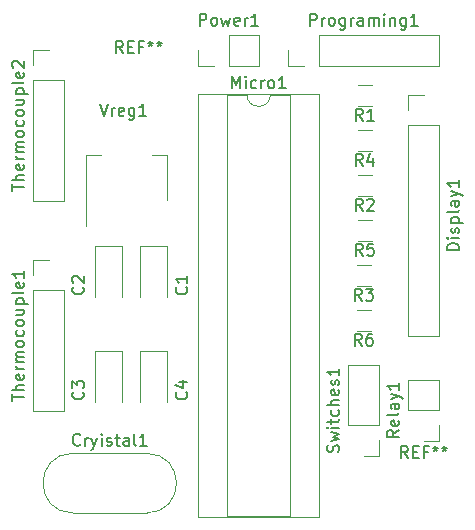
<source format=gbr>
G04 #@! TF.FileFunction,Legend,Top*
%FSLAX46Y46*%
G04 Gerber Fmt 4.6, Leading zero omitted, Abs format (unit mm)*
G04 Created by KiCad (PCBNEW 4.0.7) date 03/25/18 14:44:14*
%MOMM*%
%LPD*%
G01*
G04 APERTURE LIST*
%ADD10C,0.100000*%
%ADD11C,0.120000*%
%ADD12C,0.150000*%
G04 APERTURE END LIST*
D10*
D11*
X176410000Y-108030000D02*
X176410000Y-112330000D01*
X174110000Y-108030000D02*
X174110000Y-112330000D01*
X176410000Y-108030000D02*
X174110000Y-108030000D01*
X172600000Y-108030000D02*
X172600000Y-112330000D01*
X170300000Y-108030000D02*
X170300000Y-112330000D01*
X172600000Y-108030000D02*
X170300000Y-108030000D01*
X172600000Y-116920000D02*
X172600000Y-121220000D01*
X170300000Y-116920000D02*
X170300000Y-121220000D01*
X172600000Y-116920000D02*
X170300000Y-116920000D01*
X176410000Y-116920000D02*
X176410000Y-121220000D01*
X174110000Y-116920000D02*
X174110000Y-121220000D01*
X176410000Y-116920000D02*
X174110000Y-116920000D01*
X174665000Y-130615000D02*
X168415000Y-130615000D01*
X174665000Y-125565000D02*
X168415000Y-125565000D01*
X174665000Y-125565000D02*
G75*
G02X174665000Y-130615000I0J-2525000D01*
G01*
X168415000Y-125565000D02*
G75*
G03X168415000Y-130615000I0J-2525000D01*
G01*
X196790000Y-115630000D02*
X199450000Y-115630000D01*
X196790000Y-97790000D02*
X196790000Y-115630000D01*
X199450000Y-97790000D02*
X199450000Y-115630000D01*
X196790000Y-97790000D02*
X199450000Y-97790000D01*
X196790000Y-96520000D02*
X196790000Y-95190000D01*
X196790000Y-95190000D02*
X198120000Y-95190000D01*
X185150000Y-95190000D02*
G75*
G02X183150000Y-95190000I-1000000J0D01*
G01*
X183150000Y-95190000D02*
X181500000Y-95190000D01*
X181500000Y-95190000D02*
X181500000Y-130870000D01*
X181500000Y-130870000D02*
X186800000Y-130870000D01*
X186800000Y-130870000D02*
X186800000Y-95190000D01*
X186800000Y-95190000D02*
X185150000Y-95190000D01*
X179010000Y-95130000D02*
X179010000Y-130930000D01*
X179010000Y-130930000D02*
X189290000Y-130930000D01*
X189290000Y-130930000D02*
X189290000Y-95130000D01*
X189290000Y-95130000D02*
X179010000Y-95130000D01*
X184210000Y-92770000D02*
X184210000Y-90110000D01*
X181610000Y-92770000D02*
X184210000Y-92770000D01*
X181610000Y-90110000D02*
X184210000Y-90110000D01*
X181610000Y-92770000D02*
X181610000Y-90110000D01*
X180340000Y-92770000D02*
X179010000Y-92770000D01*
X179010000Y-92770000D02*
X179010000Y-91440000D01*
X199450000Y-92770000D02*
X199450000Y-90110000D01*
X189230000Y-92770000D02*
X199450000Y-92770000D01*
X189230000Y-90110000D02*
X199450000Y-90110000D01*
X189230000Y-92770000D02*
X189230000Y-90110000D01*
X187960000Y-92770000D02*
X186630000Y-92770000D01*
X186630000Y-92770000D02*
X186630000Y-91440000D01*
X192520000Y-94370000D02*
X193720000Y-94370000D01*
X193720000Y-96130000D02*
X192520000Y-96130000D01*
X192520000Y-101990000D02*
X193720000Y-101990000D01*
X193720000Y-103750000D02*
X192520000Y-103750000D01*
X192440000Y-109610000D02*
X193640000Y-109610000D01*
X193640000Y-111370000D02*
X192440000Y-111370000D01*
X192520000Y-98180000D02*
X193720000Y-98180000D01*
X193720000Y-99940000D02*
X192520000Y-99940000D01*
X192520000Y-105800000D02*
X193720000Y-105800000D01*
X193720000Y-107560000D02*
X192520000Y-107560000D01*
X192440000Y-113420000D02*
X193640000Y-113420000D01*
X193640000Y-115180000D02*
X192440000Y-115180000D01*
X199450000Y-119320000D02*
X196790000Y-119320000D01*
X199450000Y-121920000D02*
X199450000Y-119320000D01*
X196790000Y-121920000D02*
X196790000Y-119320000D01*
X199450000Y-121920000D02*
X196790000Y-121920000D01*
X199450000Y-123190000D02*
X199450000Y-124520000D01*
X199450000Y-124520000D02*
X198120000Y-124520000D01*
X194370000Y-118050000D02*
X191710000Y-118050000D01*
X194370000Y-123190000D02*
X194370000Y-118050000D01*
X191710000Y-123190000D02*
X191710000Y-118050000D01*
X194370000Y-123190000D02*
X191710000Y-123190000D01*
X194370000Y-124460000D02*
X194370000Y-125790000D01*
X194370000Y-125790000D02*
X193040000Y-125790000D01*
X165040000Y-121980000D02*
X167700000Y-121980000D01*
X165040000Y-111760000D02*
X165040000Y-121980000D01*
X167700000Y-111760000D02*
X167700000Y-121980000D01*
X165040000Y-111760000D02*
X167700000Y-111760000D01*
X165040000Y-110490000D02*
X165040000Y-109160000D01*
X165040000Y-109160000D02*
X166370000Y-109160000D01*
X165040000Y-104200000D02*
X167700000Y-104200000D01*
X165040000Y-93980000D02*
X165040000Y-104200000D01*
X167700000Y-93980000D02*
X167700000Y-104200000D01*
X165040000Y-93980000D02*
X167700000Y-93980000D01*
X165040000Y-92710000D02*
X165040000Y-91380000D01*
X165040000Y-91380000D02*
X166370000Y-91380000D01*
X176370000Y-100350000D02*
X175110000Y-100350000D01*
X169550000Y-100350000D02*
X170810000Y-100350000D01*
X176370000Y-104110000D02*
X176370000Y-100350000D01*
X169550000Y-106360000D02*
X169550000Y-100350000D01*
D12*
X196786667Y-125972381D02*
X196453333Y-125496190D01*
X196215238Y-125972381D02*
X196215238Y-124972381D01*
X196596191Y-124972381D01*
X196691429Y-125020000D01*
X196739048Y-125067619D01*
X196786667Y-125162857D01*
X196786667Y-125305714D01*
X196739048Y-125400952D01*
X196691429Y-125448571D01*
X196596191Y-125496190D01*
X196215238Y-125496190D01*
X197215238Y-125448571D02*
X197548572Y-125448571D01*
X197691429Y-125972381D02*
X197215238Y-125972381D01*
X197215238Y-124972381D01*
X197691429Y-124972381D01*
X198453334Y-125448571D02*
X198120000Y-125448571D01*
X198120000Y-125972381D02*
X198120000Y-124972381D01*
X198596191Y-124972381D01*
X199120000Y-124972381D02*
X199120000Y-125210476D01*
X198881905Y-125115238D02*
X199120000Y-125210476D01*
X199358096Y-125115238D01*
X198977143Y-125400952D02*
X199120000Y-125210476D01*
X199262858Y-125400952D01*
X199881905Y-124972381D02*
X199881905Y-125210476D01*
X199643810Y-125115238D02*
X199881905Y-125210476D01*
X200120001Y-125115238D01*
X199739048Y-125400952D02*
X199881905Y-125210476D01*
X200024763Y-125400952D01*
X178017143Y-111496666D02*
X178064762Y-111544285D01*
X178112381Y-111687142D01*
X178112381Y-111782380D01*
X178064762Y-111925238D01*
X177969524Y-112020476D01*
X177874286Y-112068095D01*
X177683810Y-112115714D01*
X177540952Y-112115714D01*
X177350476Y-112068095D01*
X177255238Y-112020476D01*
X177160000Y-111925238D01*
X177112381Y-111782380D01*
X177112381Y-111687142D01*
X177160000Y-111544285D01*
X177207619Y-111496666D01*
X178112381Y-110544285D02*
X178112381Y-111115714D01*
X178112381Y-110830000D02*
X177112381Y-110830000D01*
X177255238Y-110925238D01*
X177350476Y-111020476D01*
X177398095Y-111115714D01*
X169267143Y-111496666D02*
X169314762Y-111544285D01*
X169362381Y-111687142D01*
X169362381Y-111782380D01*
X169314762Y-111925238D01*
X169219524Y-112020476D01*
X169124286Y-112068095D01*
X168933810Y-112115714D01*
X168790952Y-112115714D01*
X168600476Y-112068095D01*
X168505238Y-112020476D01*
X168410000Y-111925238D01*
X168362381Y-111782380D01*
X168362381Y-111687142D01*
X168410000Y-111544285D01*
X168457619Y-111496666D01*
X168457619Y-111115714D02*
X168410000Y-111068095D01*
X168362381Y-110972857D01*
X168362381Y-110734761D01*
X168410000Y-110639523D01*
X168457619Y-110591904D01*
X168552857Y-110544285D01*
X168648095Y-110544285D01*
X168790952Y-110591904D01*
X169362381Y-111163333D01*
X169362381Y-110544285D01*
X169267143Y-120386666D02*
X169314762Y-120434285D01*
X169362381Y-120577142D01*
X169362381Y-120672380D01*
X169314762Y-120815238D01*
X169219524Y-120910476D01*
X169124286Y-120958095D01*
X168933810Y-121005714D01*
X168790952Y-121005714D01*
X168600476Y-120958095D01*
X168505238Y-120910476D01*
X168410000Y-120815238D01*
X168362381Y-120672380D01*
X168362381Y-120577142D01*
X168410000Y-120434285D01*
X168457619Y-120386666D01*
X168362381Y-120053333D02*
X168362381Y-119434285D01*
X168743333Y-119767619D01*
X168743333Y-119624761D01*
X168790952Y-119529523D01*
X168838571Y-119481904D01*
X168933810Y-119434285D01*
X169171905Y-119434285D01*
X169267143Y-119481904D01*
X169314762Y-119529523D01*
X169362381Y-119624761D01*
X169362381Y-119910476D01*
X169314762Y-120005714D01*
X169267143Y-120053333D01*
X178017143Y-120386666D02*
X178064762Y-120434285D01*
X178112381Y-120577142D01*
X178112381Y-120672380D01*
X178064762Y-120815238D01*
X177969524Y-120910476D01*
X177874286Y-120958095D01*
X177683810Y-121005714D01*
X177540952Y-121005714D01*
X177350476Y-120958095D01*
X177255238Y-120910476D01*
X177160000Y-120815238D01*
X177112381Y-120672380D01*
X177112381Y-120577142D01*
X177160000Y-120434285D01*
X177207619Y-120386666D01*
X177445714Y-119529523D02*
X178112381Y-119529523D01*
X177064762Y-119767619D02*
X177779048Y-120005714D01*
X177779048Y-119386666D01*
X169040000Y-124817143D02*
X168992381Y-124864762D01*
X168849524Y-124912381D01*
X168754286Y-124912381D01*
X168611428Y-124864762D01*
X168516190Y-124769524D01*
X168468571Y-124674286D01*
X168420952Y-124483810D01*
X168420952Y-124340952D01*
X168468571Y-124150476D01*
X168516190Y-124055238D01*
X168611428Y-123960000D01*
X168754286Y-123912381D01*
X168849524Y-123912381D01*
X168992381Y-123960000D01*
X169040000Y-124007619D01*
X169468571Y-124912381D02*
X169468571Y-124245714D01*
X169468571Y-124436190D02*
X169516190Y-124340952D01*
X169563809Y-124293333D01*
X169659047Y-124245714D01*
X169754286Y-124245714D01*
X169992381Y-124245714D02*
X170230476Y-124912381D01*
X170468572Y-124245714D02*
X170230476Y-124912381D01*
X170135238Y-125150476D01*
X170087619Y-125198095D01*
X169992381Y-125245714D01*
X170849524Y-124912381D02*
X170849524Y-124245714D01*
X170849524Y-123912381D02*
X170801905Y-123960000D01*
X170849524Y-124007619D01*
X170897143Y-123960000D01*
X170849524Y-123912381D01*
X170849524Y-124007619D01*
X171278095Y-124864762D02*
X171373333Y-124912381D01*
X171563809Y-124912381D01*
X171659048Y-124864762D01*
X171706667Y-124769524D01*
X171706667Y-124721905D01*
X171659048Y-124626667D01*
X171563809Y-124579048D01*
X171420952Y-124579048D01*
X171325714Y-124531429D01*
X171278095Y-124436190D01*
X171278095Y-124388571D01*
X171325714Y-124293333D01*
X171420952Y-124245714D01*
X171563809Y-124245714D01*
X171659048Y-124293333D01*
X171992381Y-124245714D02*
X172373333Y-124245714D01*
X172135238Y-123912381D02*
X172135238Y-124769524D01*
X172182857Y-124864762D01*
X172278095Y-124912381D01*
X172373333Y-124912381D01*
X173135239Y-124912381D02*
X173135239Y-124388571D01*
X173087620Y-124293333D01*
X172992382Y-124245714D01*
X172801905Y-124245714D01*
X172706667Y-124293333D01*
X173135239Y-124864762D02*
X173040001Y-124912381D01*
X172801905Y-124912381D01*
X172706667Y-124864762D01*
X172659048Y-124769524D01*
X172659048Y-124674286D01*
X172706667Y-124579048D01*
X172801905Y-124531429D01*
X173040001Y-124531429D01*
X173135239Y-124483810D01*
X173754286Y-124912381D02*
X173659048Y-124864762D01*
X173611429Y-124769524D01*
X173611429Y-123912381D01*
X174659049Y-124912381D02*
X174087620Y-124912381D01*
X174373334Y-124912381D02*
X174373334Y-123912381D01*
X174278096Y-124055238D01*
X174182858Y-124150476D01*
X174087620Y-124198095D01*
X201112381Y-108338572D02*
X200112381Y-108338572D01*
X200112381Y-108100477D01*
X200160000Y-107957619D01*
X200255238Y-107862381D01*
X200350476Y-107814762D01*
X200540952Y-107767143D01*
X200683810Y-107767143D01*
X200874286Y-107814762D01*
X200969524Y-107862381D01*
X201064762Y-107957619D01*
X201112381Y-108100477D01*
X201112381Y-108338572D01*
X201112381Y-107338572D02*
X200445714Y-107338572D01*
X200112381Y-107338572D02*
X200160000Y-107386191D01*
X200207619Y-107338572D01*
X200160000Y-107290953D01*
X200112381Y-107338572D01*
X200207619Y-107338572D01*
X201064762Y-106910001D02*
X201112381Y-106814763D01*
X201112381Y-106624287D01*
X201064762Y-106529048D01*
X200969524Y-106481429D01*
X200921905Y-106481429D01*
X200826667Y-106529048D01*
X200779048Y-106624287D01*
X200779048Y-106767144D01*
X200731429Y-106862382D01*
X200636190Y-106910001D01*
X200588571Y-106910001D01*
X200493333Y-106862382D01*
X200445714Y-106767144D01*
X200445714Y-106624287D01*
X200493333Y-106529048D01*
X200445714Y-106052858D02*
X201445714Y-106052858D01*
X200493333Y-106052858D02*
X200445714Y-105957620D01*
X200445714Y-105767143D01*
X200493333Y-105671905D01*
X200540952Y-105624286D01*
X200636190Y-105576667D01*
X200921905Y-105576667D01*
X201017143Y-105624286D01*
X201064762Y-105671905D01*
X201112381Y-105767143D01*
X201112381Y-105957620D01*
X201064762Y-106052858D01*
X201112381Y-105005239D02*
X201064762Y-105100477D01*
X200969524Y-105148096D01*
X200112381Y-105148096D01*
X201112381Y-104195714D02*
X200588571Y-104195714D01*
X200493333Y-104243333D01*
X200445714Y-104338571D01*
X200445714Y-104529048D01*
X200493333Y-104624286D01*
X201064762Y-104195714D02*
X201112381Y-104290952D01*
X201112381Y-104529048D01*
X201064762Y-104624286D01*
X200969524Y-104671905D01*
X200874286Y-104671905D01*
X200779048Y-104624286D01*
X200731429Y-104529048D01*
X200731429Y-104290952D01*
X200683810Y-104195714D01*
X200445714Y-103814762D02*
X201112381Y-103576667D01*
X200445714Y-103338571D02*
X201112381Y-103576667D01*
X201350476Y-103671905D01*
X201398095Y-103719524D01*
X201445714Y-103814762D01*
X201112381Y-102433809D02*
X201112381Y-103005238D01*
X201112381Y-102719524D02*
X200112381Y-102719524D01*
X200255238Y-102814762D01*
X200350476Y-102910000D01*
X200398095Y-103005238D01*
X181911905Y-94642381D02*
X181911905Y-93642381D01*
X182245239Y-94356667D01*
X182578572Y-93642381D01*
X182578572Y-94642381D01*
X183054762Y-94642381D02*
X183054762Y-93975714D01*
X183054762Y-93642381D02*
X183007143Y-93690000D01*
X183054762Y-93737619D01*
X183102381Y-93690000D01*
X183054762Y-93642381D01*
X183054762Y-93737619D01*
X183959524Y-94594762D02*
X183864286Y-94642381D01*
X183673809Y-94642381D01*
X183578571Y-94594762D01*
X183530952Y-94547143D01*
X183483333Y-94451905D01*
X183483333Y-94166190D01*
X183530952Y-94070952D01*
X183578571Y-94023333D01*
X183673809Y-93975714D01*
X183864286Y-93975714D01*
X183959524Y-94023333D01*
X184388095Y-94642381D02*
X184388095Y-93975714D01*
X184388095Y-94166190D02*
X184435714Y-94070952D01*
X184483333Y-94023333D01*
X184578571Y-93975714D01*
X184673810Y-93975714D01*
X185150000Y-94642381D02*
X185054762Y-94594762D01*
X185007143Y-94547143D01*
X184959524Y-94451905D01*
X184959524Y-94166190D01*
X185007143Y-94070952D01*
X185054762Y-94023333D01*
X185150000Y-93975714D01*
X185292858Y-93975714D01*
X185388096Y-94023333D01*
X185435715Y-94070952D01*
X185483334Y-94166190D01*
X185483334Y-94451905D01*
X185435715Y-94547143D01*
X185388096Y-94594762D01*
X185292858Y-94642381D01*
X185150000Y-94642381D01*
X186435715Y-94642381D02*
X185864286Y-94642381D01*
X186150000Y-94642381D02*
X186150000Y-93642381D01*
X186054762Y-93785238D01*
X185959524Y-93880476D01*
X185864286Y-93928095D01*
X179157619Y-89352381D02*
X179157619Y-88352381D01*
X179538572Y-88352381D01*
X179633810Y-88400000D01*
X179681429Y-88447619D01*
X179729048Y-88542857D01*
X179729048Y-88685714D01*
X179681429Y-88780952D01*
X179633810Y-88828571D01*
X179538572Y-88876190D01*
X179157619Y-88876190D01*
X180300476Y-89352381D02*
X180205238Y-89304762D01*
X180157619Y-89257143D01*
X180110000Y-89161905D01*
X180110000Y-88876190D01*
X180157619Y-88780952D01*
X180205238Y-88733333D01*
X180300476Y-88685714D01*
X180443334Y-88685714D01*
X180538572Y-88733333D01*
X180586191Y-88780952D01*
X180633810Y-88876190D01*
X180633810Y-89161905D01*
X180586191Y-89257143D01*
X180538572Y-89304762D01*
X180443334Y-89352381D01*
X180300476Y-89352381D01*
X180967143Y-88685714D02*
X181157619Y-89352381D01*
X181348096Y-88876190D01*
X181538572Y-89352381D01*
X181729048Y-88685714D01*
X182490953Y-89304762D02*
X182395715Y-89352381D01*
X182205238Y-89352381D01*
X182110000Y-89304762D01*
X182062381Y-89209524D01*
X182062381Y-88828571D01*
X182110000Y-88733333D01*
X182205238Y-88685714D01*
X182395715Y-88685714D01*
X182490953Y-88733333D01*
X182538572Y-88828571D01*
X182538572Y-88923810D01*
X182062381Y-89019048D01*
X182967143Y-89352381D02*
X182967143Y-88685714D01*
X182967143Y-88876190D02*
X183014762Y-88780952D01*
X183062381Y-88733333D01*
X183157619Y-88685714D01*
X183252858Y-88685714D01*
X184110001Y-89352381D02*
X183538572Y-89352381D01*
X183824286Y-89352381D02*
X183824286Y-88352381D01*
X183729048Y-88495238D01*
X183633810Y-88590476D01*
X183538572Y-88638095D01*
X188516190Y-89352381D02*
X188516190Y-88352381D01*
X188897143Y-88352381D01*
X188992381Y-88400000D01*
X189040000Y-88447619D01*
X189087619Y-88542857D01*
X189087619Y-88685714D01*
X189040000Y-88780952D01*
X188992381Y-88828571D01*
X188897143Y-88876190D01*
X188516190Y-88876190D01*
X189516190Y-89352381D02*
X189516190Y-88685714D01*
X189516190Y-88876190D02*
X189563809Y-88780952D01*
X189611428Y-88733333D01*
X189706666Y-88685714D01*
X189801905Y-88685714D01*
X190278095Y-89352381D02*
X190182857Y-89304762D01*
X190135238Y-89257143D01*
X190087619Y-89161905D01*
X190087619Y-88876190D01*
X190135238Y-88780952D01*
X190182857Y-88733333D01*
X190278095Y-88685714D01*
X190420953Y-88685714D01*
X190516191Y-88733333D01*
X190563810Y-88780952D01*
X190611429Y-88876190D01*
X190611429Y-89161905D01*
X190563810Y-89257143D01*
X190516191Y-89304762D01*
X190420953Y-89352381D01*
X190278095Y-89352381D01*
X191468572Y-88685714D02*
X191468572Y-89495238D01*
X191420953Y-89590476D01*
X191373334Y-89638095D01*
X191278095Y-89685714D01*
X191135238Y-89685714D01*
X191040000Y-89638095D01*
X191468572Y-89304762D02*
X191373334Y-89352381D01*
X191182857Y-89352381D01*
X191087619Y-89304762D01*
X191040000Y-89257143D01*
X190992381Y-89161905D01*
X190992381Y-88876190D01*
X191040000Y-88780952D01*
X191087619Y-88733333D01*
X191182857Y-88685714D01*
X191373334Y-88685714D01*
X191468572Y-88733333D01*
X191944762Y-89352381D02*
X191944762Y-88685714D01*
X191944762Y-88876190D02*
X191992381Y-88780952D01*
X192040000Y-88733333D01*
X192135238Y-88685714D01*
X192230477Y-88685714D01*
X192992382Y-89352381D02*
X192992382Y-88828571D01*
X192944763Y-88733333D01*
X192849525Y-88685714D01*
X192659048Y-88685714D01*
X192563810Y-88733333D01*
X192992382Y-89304762D02*
X192897144Y-89352381D01*
X192659048Y-89352381D01*
X192563810Y-89304762D01*
X192516191Y-89209524D01*
X192516191Y-89114286D01*
X192563810Y-89019048D01*
X192659048Y-88971429D01*
X192897144Y-88971429D01*
X192992382Y-88923810D01*
X193468572Y-89352381D02*
X193468572Y-88685714D01*
X193468572Y-88780952D02*
X193516191Y-88733333D01*
X193611429Y-88685714D01*
X193754287Y-88685714D01*
X193849525Y-88733333D01*
X193897144Y-88828571D01*
X193897144Y-89352381D01*
X193897144Y-88828571D02*
X193944763Y-88733333D01*
X194040001Y-88685714D01*
X194182858Y-88685714D01*
X194278096Y-88733333D01*
X194325715Y-88828571D01*
X194325715Y-89352381D01*
X194801905Y-89352381D02*
X194801905Y-88685714D01*
X194801905Y-88352381D02*
X194754286Y-88400000D01*
X194801905Y-88447619D01*
X194849524Y-88400000D01*
X194801905Y-88352381D01*
X194801905Y-88447619D01*
X195278095Y-88685714D02*
X195278095Y-89352381D01*
X195278095Y-88780952D02*
X195325714Y-88733333D01*
X195420952Y-88685714D01*
X195563810Y-88685714D01*
X195659048Y-88733333D01*
X195706667Y-88828571D01*
X195706667Y-89352381D01*
X196611429Y-88685714D02*
X196611429Y-89495238D01*
X196563810Y-89590476D01*
X196516191Y-89638095D01*
X196420952Y-89685714D01*
X196278095Y-89685714D01*
X196182857Y-89638095D01*
X196611429Y-89304762D02*
X196516191Y-89352381D01*
X196325714Y-89352381D01*
X196230476Y-89304762D01*
X196182857Y-89257143D01*
X196135238Y-89161905D01*
X196135238Y-88876190D01*
X196182857Y-88780952D01*
X196230476Y-88733333D01*
X196325714Y-88685714D01*
X196516191Y-88685714D01*
X196611429Y-88733333D01*
X197611429Y-89352381D02*
X197040000Y-89352381D01*
X197325714Y-89352381D02*
X197325714Y-88352381D01*
X197230476Y-88495238D01*
X197135238Y-88590476D01*
X197040000Y-88638095D01*
X192953334Y-97402381D02*
X192620000Y-96926190D01*
X192381905Y-97402381D02*
X192381905Y-96402381D01*
X192762858Y-96402381D01*
X192858096Y-96450000D01*
X192905715Y-96497619D01*
X192953334Y-96592857D01*
X192953334Y-96735714D01*
X192905715Y-96830952D01*
X192858096Y-96878571D01*
X192762858Y-96926190D01*
X192381905Y-96926190D01*
X193905715Y-97402381D02*
X193334286Y-97402381D01*
X193620000Y-97402381D02*
X193620000Y-96402381D01*
X193524762Y-96545238D01*
X193429524Y-96640476D01*
X193334286Y-96688095D01*
X192953334Y-105022381D02*
X192620000Y-104546190D01*
X192381905Y-105022381D02*
X192381905Y-104022381D01*
X192762858Y-104022381D01*
X192858096Y-104070000D01*
X192905715Y-104117619D01*
X192953334Y-104212857D01*
X192953334Y-104355714D01*
X192905715Y-104450952D01*
X192858096Y-104498571D01*
X192762858Y-104546190D01*
X192381905Y-104546190D01*
X193334286Y-104117619D02*
X193381905Y-104070000D01*
X193477143Y-104022381D01*
X193715239Y-104022381D01*
X193810477Y-104070000D01*
X193858096Y-104117619D01*
X193905715Y-104212857D01*
X193905715Y-104308095D01*
X193858096Y-104450952D01*
X193286667Y-105022381D01*
X193905715Y-105022381D01*
X192873334Y-112642381D02*
X192540000Y-112166190D01*
X192301905Y-112642381D02*
X192301905Y-111642381D01*
X192682858Y-111642381D01*
X192778096Y-111690000D01*
X192825715Y-111737619D01*
X192873334Y-111832857D01*
X192873334Y-111975714D01*
X192825715Y-112070952D01*
X192778096Y-112118571D01*
X192682858Y-112166190D01*
X192301905Y-112166190D01*
X193206667Y-111642381D02*
X193825715Y-111642381D01*
X193492381Y-112023333D01*
X193635239Y-112023333D01*
X193730477Y-112070952D01*
X193778096Y-112118571D01*
X193825715Y-112213810D01*
X193825715Y-112451905D01*
X193778096Y-112547143D01*
X193730477Y-112594762D01*
X193635239Y-112642381D01*
X193349524Y-112642381D01*
X193254286Y-112594762D01*
X193206667Y-112547143D01*
X192953334Y-101212381D02*
X192620000Y-100736190D01*
X192381905Y-101212381D02*
X192381905Y-100212381D01*
X192762858Y-100212381D01*
X192858096Y-100260000D01*
X192905715Y-100307619D01*
X192953334Y-100402857D01*
X192953334Y-100545714D01*
X192905715Y-100640952D01*
X192858096Y-100688571D01*
X192762858Y-100736190D01*
X192381905Y-100736190D01*
X193810477Y-100545714D02*
X193810477Y-101212381D01*
X193572381Y-100164762D02*
X193334286Y-100879048D01*
X193953334Y-100879048D01*
X192953334Y-108832381D02*
X192620000Y-108356190D01*
X192381905Y-108832381D02*
X192381905Y-107832381D01*
X192762858Y-107832381D01*
X192858096Y-107880000D01*
X192905715Y-107927619D01*
X192953334Y-108022857D01*
X192953334Y-108165714D01*
X192905715Y-108260952D01*
X192858096Y-108308571D01*
X192762858Y-108356190D01*
X192381905Y-108356190D01*
X193858096Y-107832381D02*
X193381905Y-107832381D01*
X193334286Y-108308571D01*
X193381905Y-108260952D01*
X193477143Y-108213333D01*
X193715239Y-108213333D01*
X193810477Y-108260952D01*
X193858096Y-108308571D01*
X193905715Y-108403810D01*
X193905715Y-108641905D01*
X193858096Y-108737143D01*
X193810477Y-108784762D01*
X193715239Y-108832381D01*
X193477143Y-108832381D01*
X193381905Y-108784762D01*
X193334286Y-108737143D01*
X192873334Y-116452381D02*
X192540000Y-115976190D01*
X192301905Y-116452381D02*
X192301905Y-115452381D01*
X192682858Y-115452381D01*
X192778096Y-115500000D01*
X192825715Y-115547619D01*
X192873334Y-115642857D01*
X192873334Y-115785714D01*
X192825715Y-115880952D01*
X192778096Y-115928571D01*
X192682858Y-115976190D01*
X192301905Y-115976190D01*
X193730477Y-115452381D02*
X193540000Y-115452381D01*
X193444762Y-115500000D01*
X193397143Y-115547619D01*
X193301905Y-115690476D01*
X193254286Y-115880952D01*
X193254286Y-116261905D01*
X193301905Y-116357143D01*
X193349524Y-116404762D01*
X193444762Y-116452381D01*
X193635239Y-116452381D01*
X193730477Y-116404762D01*
X193778096Y-116357143D01*
X193825715Y-116261905D01*
X193825715Y-116023810D01*
X193778096Y-115928571D01*
X193730477Y-115880952D01*
X193635239Y-115833333D01*
X193444762Y-115833333D01*
X193349524Y-115880952D01*
X193301905Y-115928571D01*
X193254286Y-116023810D01*
X196032381Y-123610476D02*
X195556190Y-123943810D01*
X196032381Y-124181905D02*
X195032381Y-124181905D01*
X195032381Y-123800952D01*
X195080000Y-123705714D01*
X195127619Y-123658095D01*
X195222857Y-123610476D01*
X195365714Y-123610476D01*
X195460952Y-123658095D01*
X195508571Y-123705714D01*
X195556190Y-123800952D01*
X195556190Y-124181905D01*
X195984762Y-122800952D02*
X196032381Y-122896190D01*
X196032381Y-123086667D01*
X195984762Y-123181905D01*
X195889524Y-123229524D01*
X195508571Y-123229524D01*
X195413333Y-123181905D01*
X195365714Y-123086667D01*
X195365714Y-122896190D01*
X195413333Y-122800952D01*
X195508571Y-122753333D01*
X195603810Y-122753333D01*
X195699048Y-123229524D01*
X196032381Y-122181905D02*
X195984762Y-122277143D01*
X195889524Y-122324762D01*
X195032381Y-122324762D01*
X196032381Y-121372380D02*
X195508571Y-121372380D01*
X195413333Y-121419999D01*
X195365714Y-121515237D01*
X195365714Y-121705714D01*
X195413333Y-121800952D01*
X195984762Y-121372380D02*
X196032381Y-121467618D01*
X196032381Y-121705714D01*
X195984762Y-121800952D01*
X195889524Y-121848571D01*
X195794286Y-121848571D01*
X195699048Y-121800952D01*
X195651429Y-121705714D01*
X195651429Y-121467618D01*
X195603810Y-121372380D01*
X195365714Y-120991428D02*
X196032381Y-120753333D01*
X195365714Y-120515237D02*
X196032381Y-120753333D01*
X196270476Y-120848571D01*
X196318095Y-120896190D01*
X196365714Y-120991428D01*
X196032381Y-119610475D02*
X196032381Y-120181904D01*
X196032381Y-119896190D02*
X195032381Y-119896190D01*
X195175238Y-119991428D01*
X195270476Y-120086666D01*
X195318095Y-120181904D01*
X190904762Y-125443810D02*
X190952381Y-125300953D01*
X190952381Y-125062857D01*
X190904762Y-124967619D01*
X190857143Y-124920000D01*
X190761905Y-124872381D01*
X190666667Y-124872381D01*
X190571429Y-124920000D01*
X190523810Y-124967619D01*
X190476190Y-125062857D01*
X190428571Y-125253334D01*
X190380952Y-125348572D01*
X190333333Y-125396191D01*
X190238095Y-125443810D01*
X190142857Y-125443810D01*
X190047619Y-125396191D01*
X190000000Y-125348572D01*
X189952381Y-125253334D01*
X189952381Y-125015238D01*
X190000000Y-124872381D01*
X190285714Y-124539048D02*
X190952381Y-124348572D01*
X190476190Y-124158095D01*
X190952381Y-123967619D01*
X190285714Y-123777143D01*
X190952381Y-123396191D02*
X190285714Y-123396191D01*
X189952381Y-123396191D02*
X190000000Y-123443810D01*
X190047619Y-123396191D01*
X190000000Y-123348572D01*
X189952381Y-123396191D01*
X190047619Y-123396191D01*
X190285714Y-123062858D02*
X190285714Y-122681906D01*
X189952381Y-122920001D02*
X190809524Y-122920001D01*
X190904762Y-122872382D01*
X190952381Y-122777144D01*
X190952381Y-122681906D01*
X190904762Y-121920000D02*
X190952381Y-122015238D01*
X190952381Y-122205715D01*
X190904762Y-122300953D01*
X190857143Y-122348572D01*
X190761905Y-122396191D01*
X190476190Y-122396191D01*
X190380952Y-122348572D01*
X190333333Y-122300953D01*
X190285714Y-122205715D01*
X190285714Y-122015238D01*
X190333333Y-121920000D01*
X190952381Y-121491429D02*
X189952381Y-121491429D01*
X190952381Y-121062857D02*
X190428571Y-121062857D01*
X190333333Y-121110476D01*
X190285714Y-121205714D01*
X190285714Y-121348572D01*
X190333333Y-121443810D01*
X190380952Y-121491429D01*
X190904762Y-120205714D02*
X190952381Y-120300952D01*
X190952381Y-120491429D01*
X190904762Y-120586667D01*
X190809524Y-120634286D01*
X190428571Y-120634286D01*
X190333333Y-120586667D01*
X190285714Y-120491429D01*
X190285714Y-120300952D01*
X190333333Y-120205714D01*
X190428571Y-120158095D01*
X190523810Y-120158095D01*
X190619048Y-120634286D01*
X190904762Y-119777143D02*
X190952381Y-119681905D01*
X190952381Y-119491429D01*
X190904762Y-119396190D01*
X190809524Y-119348571D01*
X190761905Y-119348571D01*
X190666667Y-119396190D01*
X190619048Y-119491429D01*
X190619048Y-119634286D01*
X190571429Y-119729524D01*
X190476190Y-119777143D01*
X190428571Y-119777143D01*
X190333333Y-119729524D01*
X190285714Y-119634286D01*
X190285714Y-119491429D01*
X190333333Y-119396190D01*
X190952381Y-118396190D02*
X190952381Y-118967619D01*
X190952381Y-118681905D02*
X189952381Y-118681905D01*
X190095238Y-118777143D01*
X190190476Y-118872381D01*
X190238095Y-118967619D01*
X163282381Y-121117620D02*
X163282381Y-120546191D01*
X164282381Y-120831906D02*
X163282381Y-120831906D01*
X164282381Y-120212858D02*
X163282381Y-120212858D01*
X164282381Y-119784286D02*
X163758571Y-119784286D01*
X163663333Y-119831905D01*
X163615714Y-119927143D01*
X163615714Y-120070001D01*
X163663333Y-120165239D01*
X163710952Y-120212858D01*
X164234762Y-118927143D02*
X164282381Y-119022381D01*
X164282381Y-119212858D01*
X164234762Y-119308096D01*
X164139524Y-119355715D01*
X163758571Y-119355715D01*
X163663333Y-119308096D01*
X163615714Y-119212858D01*
X163615714Y-119022381D01*
X163663333Y-118927143D01*
X163758571Y-118879524D01*
X163853810Y-118879524D01*
X163949048Y-119355715D01*
X164282381Y-118450953D02*
X163615714Y-118450953D01*
X163806190Y-118450953D02*
X163710952Y-118403334D01*
X163663333Y-118355715D01*
X163615714Y-118260477D01*
X163615714Y-118165238D01*
X164282381Y-117831905D02*
X163615714Y-117831905D01*
X163710952Y-117831905D02*
X163663333Y-117784286D01*
X163615714Y-117689048D01*
X163615714Y-117546190D01*
X163663333Y-117450952D01*
X163758571Y-117403333D01*
X164282381Y-117403333D01*
X163758571Y-117403333D02*
X163663333Y-117355714D01*
X163615714Y-117260476D01*
X163615714Y-117117619D01*
X163663333Y-117022381D01*
X163758571Y-116974762D01*
X164282381Y-116974762D01*
X164282381Y-116355715D02*
X164234762Y-116450953D01*
X164187143Y-116498572D01*
X164091905Y-116546191D01*
X163806190Y-116546191D01*
X163710952Y-116498572D01*
X163663333Y-116450953D01*
X163615714Y-116355715D01*
X163615714Y-116212857D01*
X163663333Y-116117619D01*
X163710952Y-116070000D01*
X163806190Y-116022381D01*
X164091905Y-116022381D01*
X164187143Y-116070000D01*
X164234762Y-116117619D01*
X164282381Y-116212857D01*
X164282381Y-116355715D01*
X164234762Y-115165238D02*
X164282381Y-115260476D01*
X164282381Y-115450953D01*
X164234762Y-115546191D01*
X164187143Y-115593810D01*
X164091905Y-115641429D01*
X163806190Y-115641429D01*
X163710952Y-115593810D01*
X163663333Y-115546191D01*
X163615714Y-115450953D01*
X163615714Y-115260476D01*
X163663333Y-115165238D01*
X164282381Y-114593810D02*
X164234762Y-114689048D01*
X164187143Y-114736667D01*
X164091905Y-114784286D01*
X163806190Y-114784286D01*
X163710952Y-114736667D01*
X163663333Y-114689048D01*
X163615714Y-114593810D01*
X163615714Y-114450952D01*
X163663333Y-114355714D01*
X163710952Y-114308095D01*
X163806190Y-114260476D01*
X164091905Y-114260476D01*
X164187143Y-114308095D01*
X164234762Y-114355714D01*
X164282381Y-114450952D01*
X164282381Y-114593810D01*
X163615714Y-113403333D02*
X164282381Y-113403333D01*
X163615714Y-113831905D02*
X164139524Y-113831905D01*
X164234762Y-113784286D01*
X164282381Y-113689048D01*
X164282381Y-113546190D01*
X164234762Y-113450952D01*
X164187143Y-113403333D01*
X163615714Y-112927143D02*
X164615714Y-112927143D01*
X163663333Y-112927143D02*
X163615714Y-112831905D01*
X163615714Y-112641428D01*
X163663333Y-112546190D01*
X163710952Y-112498571D01*
X163806190Y-112450952D01*
X164091905Y-112450952D01*
X164187143Y-112498571D01*
X164234762Y-112546190D01*
X164282381Y-112641428D01*
X164282381Y-112831905D01*
X164234762Y-112927143D01*
X164282381Y-111879524D02*
X164234762Y-111974762D01*
X164139524Y-112022381D01*
X163282381Y-112022381D01*
X164234762Y-111117618D02*
X164282381Y-111212856D01*
X164282381Y-111403333D01*
X164234762Y-111498571D01*
X164139524Y-111546190D01*
X163758571Y-111546190D01*
X163663333Y-111498571D01*
X163615714Y-111403333D01*
X163615714Y-111212856D01*
X163663333Y-111117618D01*
X163758571Y-111069999D01*
X163853810Y-111069999D01*
X163949048Y-111546190D01*
X164282381Y-110117618D02*
X164282381Y-110689047D01*
X164282381Y-110403333D02*
X163282381Y-110403333D01*
X163425238Y-110498571D01*
X163520476Y-110593809D01*
X163568095Y-110689047D01*
X163282381Y-103337620D02*
X163282381Y-102766191D01*
X164282381Y-103051906D02*
X163282381Y-103051906D01*
X164282381Y-102432858D02*
X163282381Y-102432858D01*
X164282381Y-102004286D02*
X163758571Y-102004286D01*
X163663333Y-102051905D01*
X163615714Y-102147143D01*
X163615714Y-102290001D01*
X163663333Y-102385239D01*
X163710952Y-102432858D01*
X164234762Y-101147143D02*
X164282381Y-101242381D01*
X164282381Y-101432858D01*
X164234762Y-101528096D01*
X164139524Y-101575715D01*
X163758571Y-101575715D01*
X163663333Y-101528096D01*
X163615714Y-101432858D01*
X163615714Y-101242381D01*
X163663333Y-101147143D01*
X163758571Y-101099524D01*
X163853810Y-101099524D01*
X163949048Y-101575715D01*
X164282381Y-100670953D02*
X163615714Y-100670953D01*
X163806190Y-100670953D02*
X163710952Y-100623334D01*
X163663333Y-100575715D01*
X163615714Y-100480477D01*
X163615714Y-100385238D01*
X164282381Y-100051905D02*
X163615714Y-100051905D01*
X163710952Y-100051905D02*
X163663333Y-100004286D01*
X163615714Y-99909048D01*
X163615714Y-99766190D01*
X163663333Y-99670952D01*
X163758571Y-99623333D01*
X164282381Y-99623333D01*
X163758571Y-99623333D02*
X163663333Y-99575714D01*
X163615714Y-99480476D01*
X163615714Y-99337619D01*
X163663333Y-99242381D01*
X163758571Y-99194762D01*
X164282381Y-99194762D01*
X164282381Y-98575715D02*
X164234762Y-98670953D01*
X164187143Y-98718572D01*
X164091905Y-98766191D01*
X163806190Y-98766191D01*
X163710952Y-98718572D01*
X163663333Y-98670953D01*
X163615714Y-98575715D01*
X163615714Y-98432857D01*
X163663333Y-98337619D01*
X163710952Y-98290000D01*
X163806190Y-98242381D01*
X164091905Y-98242381D01*
X164187143Y-98290000D01*
X164234762Y-98337619D01*
X164282381Y-98432857D01*
X164282381Y-98575715D01*
X164234762Y-97385238D02*
X164282381Y-97480476D01*
X164282381Y-97670953D01*
X164234762Y-97766191D01*
X164187143Y-97813810D01*
X164091905Y-97861429D01*
X163806190Y-97861429D01*
X163710952Y-97813810D01*
X163663333Y-97766191D01*
X163615714Y-97670953D01*
X163615714Y-97480476D01*
X163663333Y-97385238D01*
X164282381Y-96813810D02*
X164234762Y-96909048D01*
X164187143Y-96956667D01*
X164091905Y-97004286D01*
X163806190Y-97004286D01*
X163710952Y-96956667D01*
X163663333Y-96909048D01*
X163615714Y-96813810D01*
X163615714Y-96670952D01*
X163663333Y-96575714D01*
X163710952Y-96528095D01*
X163806190Y-96480476D01*
X164091905Y-96480476D01*
X164187143Y-96528095D01*
X164234762Y-96575714D01*
X164282381Y-96670952D01*
X164282381Y-96813810D01*
X163615714Y-95623333D02*
X164282381Y-95623333D01*
X163615714Y-96051905D02*
X164139524Y-96051905D01*
X164234762Y-96004286D01*
X164282381Y-95909048D01*
X164282381Y-95766190D01*
X164234762Y-95670952D01*
X164187143Y-95623333D01*
X163615714Y-95147143D02*
X164615714Y-95147143D01*
X163663333Y-95147143D02*
X163615714Y-95051905D01*
X163615714Y-94861428D01*
X163663333Y-94766190D01*
X163710952Y-94718571D01*
X163806190Y-94670952D01*
X164091905Y-94670952D01*
X164187143Y-94718571D01*
X164234762Y-94766190D01*
X164282381Y-94861428D01*
X164282381Y-95051905D01*
X164234762Y-95147143D01*
X164282381Y-94099524D02*
X164234762Y-94194762D01*
X164139524Y-94242381D01*
X163282381Y-94242381D01*
X164234762Y-93337618D02*
X164282381Y-93432856D01*
X164282381Y-93623333D01*
X164234762Y-93718571D01*
X164139524Y-93766190D01*
X163758571Y-93766190D01*
X163663333Y-93718571D01*
X163615714Y-93623333D01*
X163615714Y-93432856D01*
X163663333Y-93337618D01*
X163758571Y-93289999D01*
X163853810Y-93289999D01*
X163949048Y-93766190D01*
X163377619Y-92909047D02*
X163330000Y-92861428D01*
X163282381Y-92766190D01*
X163282381Y-92528094D01*
X163330000Y-92432856D01*
X163377619Y-92385237D01*
X163472857Y-92337618D01*
X163568095Y-92337618D01*
X163710952Y-92385237D01*
X164282381Y-92956666D01*
X164282381Y-92337618D01*
X170720000Y-95972381D02*
X171053333Y-96972381D01*
X171386667Y-95972381D01*
X171720000Y-96972381D02*
X171720000Y-96305714D01*
X171720000Y-96496190D02*
X171767619Y-96400952D01*
X171815238Y-96353333D01*
X171910476Y-96305714D01*
X172005715Y-96305714D01*
X172720001Y-96924762D02*
X172624763Y-96972381D01*
X172434286Y-96972381D01*
X172339048Y-96924762D01*
X172291429Y-96829524D01*
X172291429Y-96448571D01*
X172339048Y-96353333D01*
X172434286Y-96305714D01*
X172624763Y-96305714D01*
X172720001Y-96353333D01*
X172767620Y-96448571D01*
X172767620Y-96543810D01*
X172291429Y-96639048D01*
X173624763Y-96305714D02*
X173624763Y-97115238D01*
X173577144Y-97210476D01*
X173529525Y-97258095D01*
X173434286Y-97305714D01*
X173291429Y-97305714D01*
X173196191Y-97258095D01*
X173624763Y-96924762D02*
X173529525Y-96972381D01*
X173339048Y-96972381D01*
X173243810Y-96924762D01*
X173196191Y-96877143D01*
X173148572Y-96781905D01*
X173148572Y-96496190D01*
X173196191Y-96400952D01*
X173243810Y-96353333D01*
X173339048Y-96305714D01*
X173529525Y-96305714D01*
X173624763Y-96353333D01*
X174624763Y-96972381D02*
X174053334Y-96972381D01*
X174339048Y-96972381D02*
X174339048Y-95972381D01*
X174243810Y-96115238D01*
X174148572Y-96210476D01*
X174053334Y-96258095D01*
X172656667Y-91682381D02*
X172323333Y-91206190D01*
X172085238Y-91682381D02*
X172085238Y-90682381D01*
X172466191Y-90682381D01*
X172561429Y-90730000D01*
X172609048Y-90777619D01*
X172656667Y-90872857D01*
X172656667Y-91015714D01*
X172609048Y-91110952D01*
X172561429Y-91158571D01*
X172466191Y-91206190D01*
X172085238Y-91206190D01*
X173085238Y-91158571D02*
X173418572Y-91158571D01*
X173561429Y-91682381D02*
X173085238Y-91682381D01*
X173085238Y-90682381D01*
X173561429Y-90682381D01*
X174323334Y-91158571D02*
X173990000Y-91158571D01*
X173990000Y-91682381D02*
X173990000Y-90682381D01*
X174466191Y-90682381D01*
X174990000Y-90682381D02*
X174990000Y-90920476D01*
X174751905Y-90825238D02*
X174990000Y-90920476D01*
X175228096Y-90825238D01*
X174847143Y-91110952D02*
X174990000Y-90920476D01*
X175132858Y-91110952D01*
X175751905Y-90682381D02*
X175751905Y-90920476D01*
X175513810Y-90825238D02*
X175751905Y-90920476D01*
X175990001Y-90825238D01*
X175609048Y-91110952D02*
X175751905Y-90920476D01*
X175894763Y-91110952D01*
M02*

</source>
